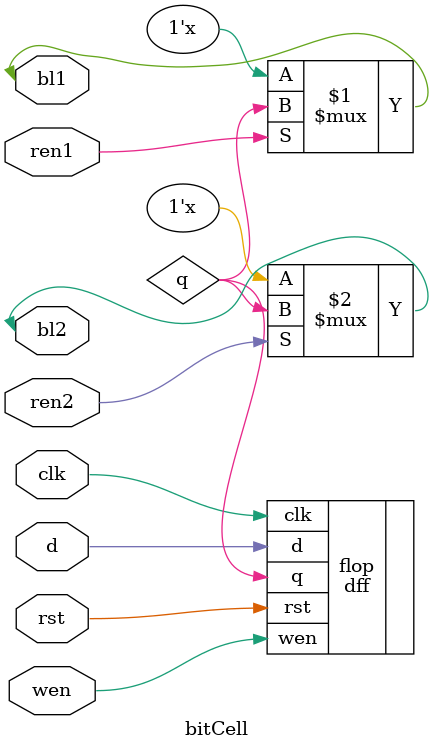
<source format=sv>
module bitCell(clk, rst, wen, d, ren1, ren2, bl1, bl2);
input clk;
input rst;
input wen;
input d;
input ren1;
input ren2;

inout bl1;
inout bl2;

wire q;

dff flop(.d(d), .wen(wen), .rst(rst), .q(q), .clk(clk));

assign bl1 = ren1 ? q : 1'bz;
assign bl2 = ren2 ? q : 1'bz;

endmodule


</source>
